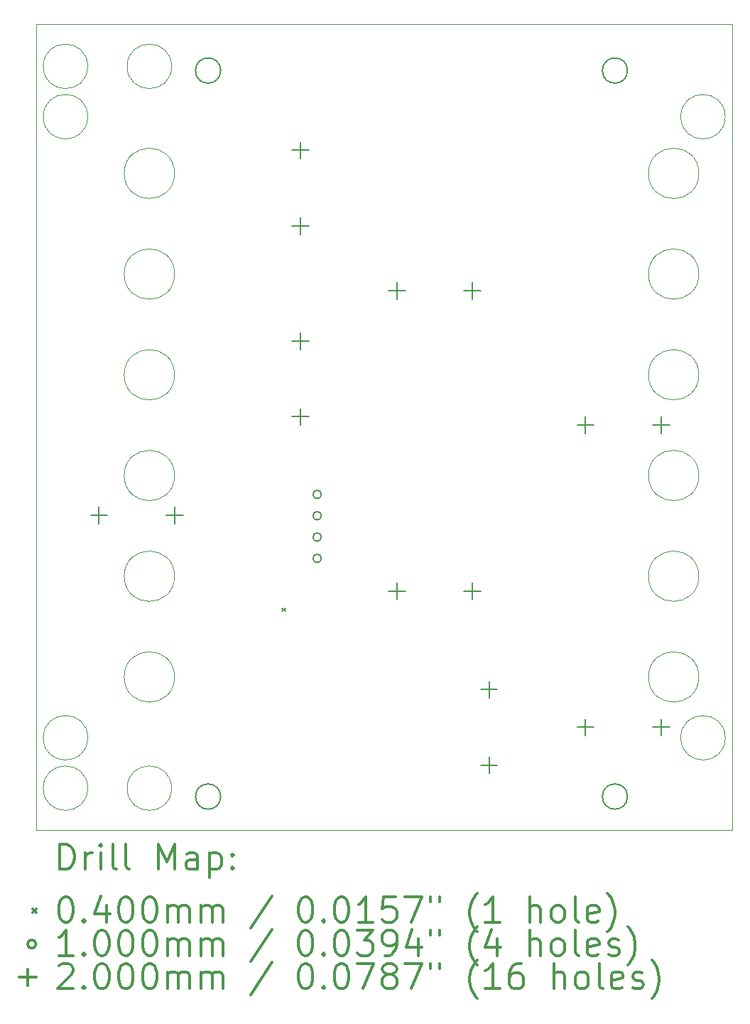
<source format=gbr>
%FSLAX45Y45*%
G04 Gerber Fmt 4.5, Leading zero omitted, Abs format (unit mm)*
G04 Created by KiCad (PCBNEW (5.1.10)-1) date 2022-04-02 15:38:54*
%MOMM*%
%LPD*%
G01*
G04 APERTURE LIST*
%TA.AperFunction,Profile*%
%ADD10C,0.050000*%
%TD*%
%TA.AperFunction,Profile*%
%ADD11C,0.150000*%
%TD*%
%ADD12C,0.200000*%
%ADD13C,0.300000*%
G04 APERTURE END LIST*
D10*
X16900000Y-6875000D02*
G75*
G03*
X16900000Y-6875000I-300000J0D01*
G01*
X16900000Y-8075000D02*
G75*
G03*
X16900000Y-8075000I-300000J0D01*
G01*
X16900000Y-9275000D02*
G75*
G03*
X16900000Y-9275000I-300000J0D01*
G01*
X16900000Y-10475000D02*
G75*
G03*
X16900000Y-10475000I-300000J0D01*
G01*
X16900000Y-11675000D02*
G75*
G03*
X16900000Y-11675000I-300000J0D01*
G01*
X16900000Y-12875000D02*
G75*
G03*
X16900000Y-12875000I-300000J0D01*
G01*
X10650000Y-6875000D02*
G75*
G03*
X10650000Y-6875000I-300000J0D01*
G01*
X10650000Y-8075000D02*
G75*
G03*
X10650000Y-8075000I-300000J0D01*
G01*
X10650000Y-9275000D02*
G75*
G03*
X10650000Y-9275000I-300000J0D01*
G01*
X10650000Y-10475000D02*
G75*
G03*
X10650000Y-10475000I-300000J0D01*
G01*
X10650000Y-11675000D02*
G75*
G03*
X10650000Y-11675000I-300000J0D01*
G01*
X10650000Y-12875000D02*
G75*
G03*
X10650000Y-12875000I-300000J0D01*
G01*
X17215000Y-13600000D02*
G75*
G03*
X17215000Y-13600000I-265000J0D01*
G01*
X17215000Y-6200000D02*
G75*
G03*
X17215000Y-6200000I-265000J0D01*
G01*
X10615000Y-5600000D02*
G75*
G03*
X10615000Y-5600000I-265000J0D01*
G01*
X9615000Y-5600000D02*
G75*
G03*
X9615000Y-5600000I-265000J0D01*
G01*
X9615000Y-6200000D02*
G75*
G03*
X9615000Y-6200000I-265000J0D01*
G01*
X10615000Y-14200000D02*
G75*
G03*
X10615000Y-14200000I-265000J0D01*
G01*
X9615000Y-14200000D02*
G75*
G03*
X9615000Y-14200000I-265000J0D01*
G01*
X9615000Y-13600000D02*
G75*
G03*
X9615000Y-13600000I-265000J0D01*
G01*
D11*
X11200000Y-14300000D02*
G75*
G03*
X11200000Y-14300000I-150000J0D01*
G01*
X16050000Y-14300000D02*
G75*
G03*
X16050000Y-14300000I-150000J0D01*
G01*
X16050000Y-5650000D02*
G75*
G03*
X16050000Y-5650000I-150000J0D01*
G01*
X11200000Y-5650000D02*
G75*
G03*
X11200000Y-5650000I-150000J0D01*
G01*
D10*
X9000000Y-14700000D02*
X17300000Y-14700000D01*
X9000000Y-5100000D02*
X9000000Y-14700000D01*
X17300000Y-5100000D02*
X9000000Y-5100000D01*
X17300000Y-5100000D02*
X17300000Y-14700000D01*
D12*
X11930000Y-12055000D02*
X11970000Y-12095000D01*
X11970000Y-12055000D02*
X11930000Y-12095000D01*
X12400000Y-10700000D02*
G75*
G03*
X12400000Y-10700000I-50000J0D01*
G01*
X12400000Y-10954000D02*
G75*
G03*
X12400000Y-10954000I-50000J0D01*
G01*
X12400000Y-11208000D02*
G75*
G03*
X12400000Y-11208000I-50000J0D01*
G01*
X12400000Y-11462000D02*
G75*
G03*
X12400000Y-11462000I-50000J0D01*
G01*
X9750000Y-10850000D02*
X9750000Y-11050000D01*
X9650000Y-10950000D02*
X9850000Y-10950000D01*
X10650000Y-10850000D02*
X10650000Y-11050000D01*
X10550000Y-10950000D02*
X10750000Y-10950000D01*
X12150000Y-6500000D02*
X12150000Y-6700000D01*
X12050000Y-6600000D02*
X12250000Y-6600000D01*
X12150000Y-7400000D02*
X12150000Y-7600000D01*
X12050000Y-7500000D02*
X12250000Y-7500000D01*
X12150000Y-8775000D02*
X12150000Y-8975000D01*
X12050000Y-8875000D02*
X12250000Y-8875000D01*
X12150000Y-9675000D02*
X12150000Y-9875000D01*
X12050000Y-9775000D02*
X12250000Y-9775000D01*
X13300000Y-8175000D02*
X13300000Y-8375000D01*
X13200000Y-8275000D02*
X13400000Y-8275000D01*
X13300000Y-11750000D02*
X13300000Y-11950000D01*
X13200000Y-11850000D02*
X13400000Y-11850000D01*
X14200000Y-8175000D02*
X14200000Y-8375000D01*
X14100000Y-8275000D02*
X14300000Y-8275000D01*
X14200000Y-11750000D02*
X14200000Y-11950000D01*
X14100000Y-11850000D02*
X14300000Y-11850000D01*
X14400000Y-12925000D02*
X14400000Y-13125000D01*
X14300000Y-13025000D02*
X14500000Y-13025000D01*
X14400000Y-13825000D02*
X14400000Y-14025000D01*
X14300000Y-13925000D02*
X14500000Y-13925000D01*
X15550000Y-9775000D02*
X15550000Y-9975000D01*
X15450000Y-9875000D02*
X15650000Y-9875000D01*
X15550000Y-13375000D02*
X15550000Y-13575000D01*
X15450000Y-13475000D02*
X15650000Y-13475000D01*
X16450000Y-9775000D02*
X16450000Y-9975000D01*
X16350000Y-9875000D02*
X16550000Y-9875000D01*
X16450000Y-13375000D02*
X16450000Y-13575000D01*
X16350000Y-13475000D02*
X16550000Y-13475000D01*
D13*
X9283928Y-15168214D02*
X9283928Y-14868214D01*
X9355357Y-14868214D01*
X9398214Y-14882500D01*
X9426786Y-14911071D01*
X9441071Y-14939643D01*
X9455357Y-14996786D01*
X9455357Y-15039643D01*
X9441071Y-15096786D01*
X9426786Y-15125357D01*
X9398214Y-15153929D01*
X9355357Y-15168214D01*
X9283928Y-15168214D01*
X9583928Y-15168214D02*
X9583928Y-14968214D01*
X9583928Y-15025357D02*
X9598214Y-14996786D01*
X9612500Y-14982500D01*
X9641071Y-14968214D01*
X9669643Y-14968214D01*
X9769643Y-15168214D02*
X9769643Y-14968214D01*
X9769643Y-14868214D02*
X9755357Y-14882500D01*
X9769643Y-14896786D01*
X9783928Y-14882500D01*
X9769643Y-14868214D01*
X9769643Y-14896786D01*
X9955357Y-15168214D02*
X9926786Y-15153929D01*
X9912500Y-15125357D01*
X9912500Y-14868214D01*
X10112500Y-15168214D02*
X10083928Y-15153929D01*
X10069643Y-15125357D01*
X10069643Y-14868214D01*
X10455357Y-15168214D02*
X10455357Y-14868214D01*
X10555357Y-15082500D01*
X10655357Y-14868214D01*
X10655357Y-15168214D01*
X10926786Y-15168214D02*
X10926786Y-15011071D01*
X10912500Y-14982500D01*
X10883928Y-14968214D01*
X10826786Y-14968214D01*
X10798214Y-14982500D01*
X10926786Y-15153929D02*
X10898214Y-15168214D01*
X10826786Y-15168214D01*
X10798214Y-15153929D01*
X10783928Y-15125357D01*
X10783928Y-15096786D01*
X10798214Y-15068214D01*
X10826786Y-15053929D01*
X10898214Y-15053929D01*
X10926786Y-15039643D01*
X11069643Y-14968214D02*
X11069643Y-15268214D01*
X11069643Y-14982500D02*
X11098214Y-14968214D01*
X11155357Y-14968214D01*
X11183928Y-14982500D01*
X11198214Y-14996786D01*
X11212500Y-15025357D01*
X11212500Y-15111071D01*
X11198214Y-15139643D01*
X11183928Y-15153929D01*
X11155357Y-15168214D01*
X11098214Y-15168214D01*
X11069643Y-15153929D01*
X11341071Y-15139643D02*
X11355357Y-15153929D01*
X11341071Y-15168214D01*
X11326786Y-15153929D01*
X11341071Y-15139643D01*
X11341071Y-15168214D01*
X11341071Y-14982500D02*
X11355357Y-14996786D01*
X11341071Y-15011071D01*
X11326786Y-14996786D01*
X11341071Y-14982500D01*
X11341071Y-15011071D01*
X8957500Y-15642500D02*
X8997500Y-15682500D01*
X8997500Y-15642500D02*
X8957500Y-15682500D01*
X9341071Y-15498214D02*
X9369643Y-15498214D01*
X9398214Y-15512500D01*
X9412500Y-15526786D01*
X9426786Y-15555357D01*
X9441071Y-15612500D01*
X9441071Y-15683929D01*
X9426786Y-15741071D01*
X9412500Y-15769643D01*
X9398214Y-15783929D01*
X9369643Y-15798214D01*
X9341071Y-15798214D01*
X9312500Y-15783929D01*
X9298214Y-15769643D01*
X9283928Y-15741071D01*
X9269643Y-15683929D01*
X9269643Y-15612500D01*
X9283928Y-15555357D01*
X9298214Y-15526786D01*
X9312500Y-15512500D01*
X9341071Y-15498214D01*
X9569643Y-15769643D02*
X9583928Y-15783929D01*
X9569643Y-15798214D01*
X9555357Y-15783929D01*
X9569643Y-15769643D01*
X9569643Y-15798214D01*
X9841071Y-15598214D02*
X9841071Y-15798214D01*
X9769643Y-15483929D02*
X9698214Y-15698214D01*
X9883928Y-15698214D01*
X10055357Y-15498214D02*
X10083928Y-15498214D01*
X10112500Y-15512500D01*
X10126786Y-15526786D01*
X10141071Y-15555357D01*
X10155357Y-15612500D01*
X10155357Y-15683929D01*
X10141071Y-15741071D01*
X10126786Y-15769643D01*
X10112500Y-15783929D01*
X10083928Y-15798214D01*
X10055357Y-15798214D01*
X10026786Y-15783929D01*
X10012500Y-15769643D01*
X9998214Y-15741071D01*
X9983928Y-15683929D01*
X9983928Y-15612500D01*
X9998214Y-15555357D01*
X10012500Y-15526786D01*
X10026786Y-15512500D01*
X10055357Y-15498214D01*
X10341071Y-15498214D02*
X10369643Y-15498214D01*
X10398214Y-15512500D01*
X10412500Y-15526786D01*
X10426786Y-15555357D01*
X10441071Y-15612500D01*
X10441071Y-15683929D01*
X10426786Y-15741071D01*
X10412500Y-15769643D01*
X10398214Y-15783929D01*
X10369643Y-15798214D01*
X10341071Y-15798214D01*
X10312500Y-15783929D01*
X10298214Y-15769643D01*
X10283928Y-15741071D01*
X10269643Y-15683929D01*
X10269643Y-15612500D01*
X10283928Y-15555357D01*
X10298214Y-15526786D01*
X10312500Y-15512500D01*
X10341071Y-15498214D01*
X10569643Y-15798214D02*
X10569643Y-15598214D01*
X10569643Y-15626786D02*
X10583928Y-15612500D01*
X10612500Y-15598214D01*
X10655357Y-15598214D01*
X10683928Y-15612500D01*
X10698214Y-15641071D01*
X10698214Y-15798214D01*
X10698214Y-15641071D02*
X10712500Y-15612500D01*
X10741071Y-15598214D01*
X10783928Y-15598214D01*
X10812500Y-15612500D01*
X10826786Y-15641071D01*
X10826786Y-15798214D01*
X10969643Y-15798214D02*
X10969643Y-15598214D01*
X10969643Y-15626786D02*
X10983928Y-15612500D01*
X11012500Y-15598214D01*
X11055357Y-15598214D01*
X11083928Y-15612500D01*
X11098214Y-15641071D01*
X11098214Y-15798214D01*
X11098214Y-15641071D02*
X11112500Y-15612500D01*
X11141071Y-15598214D01*
X11183928Y-15598214D01*
X11212500Y-15612500D01*
X11226786Y-15641071D01*
X11226786Y-15798214D01*
X11812500Y-15483929D02*
X11555357Y-15869643D01*
X12198214Y-15498214D02*
X12226786Y-15498214D01*
X12255357Y-15512500D01*
X12269643Y-15526786D01*
X12283928Y-15555357D01*
X12298214Y-15612500D01*
X12298214Y-15683929D01*
X12283928Y-15741071D01*
X12269643Y-15769643D01*
X12255357Y-15783929D01*
X12226786Y-15798214D01*
X12198214Y-15798214D01*
X12169643Y-15783929D01*
X12155357Y-15769643D01*
X12141071Y-15741071D01*
X12126786Y-15683929D01*
X12126786Y-15612500D01*
X12141071Y-15555357D01*
X12155357Y-15526786D01*
X12169643Y-15512500D01*
X12198214Y-15498214D01*
X12426786Y-15769643D02*
X12441071Y-15783929D01*
X12426786Y-15798214D01*
X12412500Y-15783929D01*
X12426786Y-15769643D01*
X12426786Y-15798214D01*
X12626786Y-15498214D02*
X12655357Y-15498214D01*
X12683928Y-15512500D01*
X12698214Y-15526786D01*
X12712500Y-15555357D01*
X12726786Y-15612500D01*
X12726786Y-15683929D01*
X12712500Y-15741071D01*
X12698214Y-15769643D01*
X12683928Y-15783929D01*
X12655357Y-15798214D01*
X12626786Y-15798214D01*
X12598214Y-15783929D01*
X12583928Y-15769643D01*
X12569643Y-15741071D01*
X12555357Y-15683929D01*
X12555357Y-15612500D01*
X12569643Y-15555357D01*
X12583928Y-15526786D01*
X12598214Y-15512500D01*
X12626786Y-15498214D01*
X13012500Y-15798214D02*
X12841071Y-15798214D01*
X12926786Y-15798214D02*
X12926786Y-15498214D01*
X12898214Y-15541071D01*
X12869643Y-15569643D01*
X12841071Y-15583929D01*
X13283928Y-15498214D02*
X13141071Y-15498214D01*
X13126786Y-15641071D01*
X13141071Y-15626786D01*
X13169643Y-15612500D01*
X13241071Y-15612500D01*
X13269643Y-15626786D01*
X13283928Y-15641071D01*
X13298214Y-15669643D01*
X13298214Y-15741071D01*
X13283928Y-15769643D01*
X13269643Y-15783929D01*
X13241071Y-15798214D01*
X13169643Y-15798214D01*
X13141071Y-15783929D01*
X13126786Y-15769643D01*
X13398214Y-15498214D02*
X13598214Y-15498214D01*
X13469643Y-15798214D01*
X13698214Y-15498214D02*
X13698214Y-15555357D01*
X13812500Y-15498214D02*
X13812500Y-15555357D01*
X14255357Y-15912500D02*
X14241071Y-15898214D01*
X14212500Y-15855357D01*
X14198214Y-15826786D01*
X14183928Y-15783929D01*
X14169643Y-15712500D01*
X14169643Y-15655357D01*
X14183928Y-15583929D01*
X14198214Y-15541071D01*
X14212500Y-15512500D01*
X14241071Y-15469643D01*
X14255357Y-15455357D01*
X14526786Y-15798214D02*
X14355357Y-15798214D01*
X14441071Y-15798214D02*
X14441071Y-15498214D01*
X14412500Y-15541071D01*
X14383928Y-15569643D01*
X14355357Y-15583929D01*
X14883928Y-15798214D02*
X14883928Y-15498214D01*
X15012500Y-15798214D02*
X15012500Y-15641071D01*
X14998214Y-15612500D01*
X14969643Y-15598214D01*
X14926786Y-15598214D01*
X14898214Y-15612500D01*
X14883928Y-15626786D01*
X15198214Y-15798214D02*
X15169643Y-15783929D01*
X15155357Y-15769643D01*
X15141071Y-15741071D01*
X15141071Y-15655357D01*
X15155357Y-15626786D01*
X15169643Y-15612500D01*
X15198214Y-15598214D01*
X15241071Y-15598214D01*
X15269643Y-15612500D01*
X15283928Y-15626786D01*
X15298214Y-15655357D01*
X15298214Y-15741071D01*
X15283928Y-15769643D01*
X15269643Y-15783929D01*
X15241071Y-15798214D01*
X15198214Y-15798214D01*
X15469643Y-15798214D02*
X15441071Y-15783929D01*
X15426786Y-15755357D01*
X15426786Y-15498214D01*
X15698214Y-15783929D02*
X15669643Y-15798214D01*
X15612500Y-15798214D01*
X15583928Y-15783929D01*
X15569643Y-15755357D01*
X15569643Y-15641071D01*
X15583928Y-15612500D01*
X15612500Y-15598214D01*
X15669643Y-15598214D01*
X15698214Y-15612500D01*
X15712500Y-15641071D01*
X15712500Y-15669643D01*
X15569643Y-15698214D01*
X15812500Y-15912500D02*
X15826786Y-15898214D01*
X15855357Y-15855357D01*
X15869643Y-15826786D01*
X15883928Y-15783929D01*
X15898214Y-15712500D01*
X15898214Y-15655357D01*
X15883928Y-15583929D01*
X15869643Y-15541071D01*
X15855357Y-15512500D01*
X15826786Y-15469643D01*
X15812500Y-15455357D01*
X8997500Y-16058500D02*
G75*
G03*
X8997500Y-16058500I-50000J0D01*
G01*
X9441071Y-16194214D02*
X9269643Y-16194214D01*
X9355357Y-16194214D02*
X9355357Y-15894214D01*
X9326786Y-15937071D01*
X9298214Y-15965643D01*
X9269643Y-15979929D01*
X9569643Y-16165643D02*
X9583928Y-16179929D01*
X9569643Y-16194214D01*
X9555357Y-16179929D01*
X9569643Y-16165643D01*
X9569643Y-16194214D01*
X9769643Y-15894214D02*
X9798214Y-15894214D01*
X9826786Y-15908500D01*
X9841071Y-15922786D01*
X9855357Y-15951357D01*
X9869643Y-16008500D01*
X9869643Y-16079929D01*
X9855357Y-16137071D01*
X9841071Y-16165643D01*
X9826786Y-16179929D01*
X9798214Y-16194214D01*
X9769643Y-16194214D01*
X9741071Y-16179929D01*
X9726786Y-16165643D01*
X9712500Y-16137071D01*
X9698214Y-16079929D01*
X9698214Y-16008500D01*
X9712500Y-15951357D01*
X9726786Y-15922786D01*
X9741071Y-15908500D01*
X9769643Y-15894214D01*
X10055357Y-15894214D02*
X10083928Y-15894214D01*
X10112500Y-15908500D01*
X10126786Y-15922786D01*
X10141071Y-15951357D01*
X10155357Y-16008500D01*
X10155357Y-16079929D01*
X10141071Y-16137071D01*
X10126786Y-16165643D01*
X10112500Y-16179929D01*
X10083928Y-16194214D01*
X10055357Y-16194214D01*
X10026786Y-16179929D01*
X10012500Y-16165643D01*
X9998214Y-16137071D01*
X9983928Y-16079929D01*
X9983928Y-16008500D01*
X9998214Y-15951357D01*
X10012500Y-15922786D01*
X10026786Y-15908500D01*
X10055357Y-15894214D01*
X10341071Y-15894214D02*
X10369643Y-15894214D01*
X10398214Y-15908500D01*
X10412500Y-15922786D01*
X10426786Y-15951357D01*
X10441071Y-16008500D01*
X10441071Y-16079929D01*
X10426786Y-16137071D01*
X10412500Y-16165643D01*
X10398214Y-16179929D01*
X10369643Y-16194214D01*
X10341071Y-16194214D01*
X10312500Y-16179929D01*
X10298214Y-16165643D01*
X10283928Y-16137071D01*
X10269643Y-16079929D01*
X10269643Y-16008500D01*
X10283928Y-15951357D01*
X10298214Y-15922786D01*
X10312500Y-15908500D01*
X10341071Y-15894214D01*
X10569643Y-16194214D02*
X10569643Y-15994214D01*
X10569643Y-16022786D02*
X10583928Y-16008500D01*
X10612500Y-15994214D01*
X10655357Y-15994214D01*
X10683928Y-16008500D01*
X10698214Y-16037071D01*
X10698214Y-16194214D01*
X10698214Y-16037071D02*
X10712500Y-16008500D01*
X10741071Y-15994214D01*
X10783928Y-15994214D01*
X10812500Y-16008500D01*
X10826786Y-16037071D01*
X10826786Y-16194214D01*
X10969643Y-16194214D02*
X10969643Y-15994214D01*
X10969643Y-16022786D02*
X10983928Y-16008500D01*
X11012500Y-15994214D01*
X11055357Y-15994214D01*
X11083928Y-16008500D01*
X11098214Y-16037071D01*
X11098214Y-16194214D01*
X11098214Y-16037071D02*
X11112500Y-16008500D01*
X11141071Y-15994214D01*
X11183928Y-15994214D01*
X11212500Y-16008500D01*
X11226786Y-16037071D01*
X11226786Y-16194214D01*
X11812500Y-15879929D02*
X11555357Y-16265643D01*
X12198214Y-15894214D02*
X12226786Y-15894214D01*
X12255357Y-15908500D01*
X12269643Y-15922786D01*
X12283928Y-15951357D01*
X12298214Y-16008500D01*
X12298214Y-16079929D01*
X12283928Y-16137071D01*
X12269643Y-16165643D01*
X12255357Y-16179929D01*
X12226786Y-16194214D01*
X12198214Y-16194214D01*
X12169643Y-16179929D01*
X12155357Y-16165643D01*
X12141071Y-16137071D01*
X12126786Y-16079929D01*
X12126786Y-16008500D01*
X12141071Y-15951357D01*
X12155357Y-15922786D01*
X12169643Y-15908500D01*
X12198214Y-15894214D01*
X12426786Y-16165643D02*
X12441071Y-16179929D01*
X12426786Y-16194214D01*
X12412500Y-16179929D01*
X12426786Y-16165643D01*
X12426786Y-16194214D01*
X12626786Y-15894214D02*
X12655357Y-15894214D01*
X12683928Y-15908500D01*
X12698214Y-15922786D01*
X12712500Y-15951357D01*
X12726786Y-16008500D01*
X12726786Y-16079929D01*
X12712500Y-16137071D01*
X12698214Y-16165643D01*
X12683928Y-16179929D01*
X12655357Y-16194214D01*
X12626786Y-16194214D01*
X12598214Y-16179929D01*
X12583928Y-16165643D01*
X12569643Y-16137071D01*
X12555357Y-16079929D01*
X12555357Y-16008500D01*
X12569643Y-15951357D01*
X12583928Y-15922786D01*
X12598214Y-15908500D01*
X12626786Y-15894214D01*
X12826786Y-15894214D02*
X13012500Y-15894214D01*
X12912500Y-16008500D01*
X12955357Y-16008500D01*
X12983928Y-16022786D01*
X12998214Y-16037071D01*
X13012500Y-16065643D01*
X13012500Y-16137071D01*
X12998214Y-16165643D01*
X12983928Y-16179929D01*
X12955357Y-16194214D01*
X12869643Y-16194214D01*
X12841071Y-16179929D01*
X12826786Y-16165643D01*
X13155357Y-16194214D02*
X13212500Y-16194214D01*
X13241071Y-16179929D01*
X13255357Y-16165643D01*
X13283928Y-16122786D01*
X13298214Y-16065643D01*
X13298214Y-15951357D01*
X13283928Y-15922786D01*
X13269643Y-15908500D01*
X13241071Y-15894214D01*
X13183928Y-15894214D01*
X13155357Y-15908500D01*
X13141071Y-15922786D01*
X13126786Y-15951357D01*
X13126786Y-16022786D01*
X13141071Y-16051357D01*
X13155357Y-16065643D01*
X13183928Y-16079929D01*
X13241071Y-16079929D01*
X13269643Y-16065643D01*
X13283928Y-16051357D01*
X13298214Y-16022786D01*
X13555357Y-15994214D02*
X13555357Y-16194214D01*
X13483928Y-15879929D02*
X13412500Y-16094214D01*
X13598214Y-16094214D01*
X13698214Y-15894214D02*
X13698214Y-15951357D01*
X13812500Y-15894214D02*
X13812500Y-15951357D01*
X14255357Y-16308500D02*
X14241071Y-16294214D01*
X14212500Y-16251357D01*
X14198214Y-16222786D01*
X14183928Y-16179929D01*
X14169643Y-16108500D01*
X14169643Y-16051357D01*
X14183928Y-15979929D01*
X14198214Y-15937071D01*
X14212500Y-15908500D01*
X14241071Y-15865643D01*
X14255357Y-15851357D01*
X14498214Y-15994214D02*
X14498214Y-16194214D01*
X14426786Y-15879929D02*
X14355357Y-16094214D01*
X14541071Y-16094214D01*
X14883928Y-16194214D02*
X14883928Y-15894214D01*
X15012500Y-16194214D02*
X15012500Y-16037071D01*
X14998214Y-16008500D01*
X14969643Y-15994214D01*
X14926786Y-15994214D01*
X14898214Y-16008500D01*
X14883928Y-16022786D01*
X15198214Y-16194214D02*
X15169643Y-16179929D01*
X15155357Y-16165643D01*
X15141071Y-16137071D01*
X15141071Y-16051357D01*
X15155357Y-16022786D01*
X15169643Y-16008500D01*
X15198214Y-15994214D01*
X15241071Y-15994214D01*
X15269643Y-16008500D01*
X15283928Y-16022786D01*
X15298214Y-16051357D01*
X15298214Y-16137071D01*
X15283928Y-16165643D01*
X15269643Y-16179929D01*
X15241071Y-16194214D01*
X15198214Y-16194214D01*
X15469643Y-16194214D02*
X15441071Y-16179929D01*
X15426786Y-16151357D01*
X15426786Y-15894214D01*
X15698214Y-16179929D02*
X15669643Y-16194214D01*
X15612500Y-16194214D01*
X15583928Y-16179929D01*
X15569643Y-16151357D01*
X15569643Y-16037071D01*
X15583928Y-16008500D01*
X15612500Y-15994214D01*
X15669643Y-15994214D01*
X15698214Y-16008500D01*
X15712500Y-16037071D01*
X15712500Y-16065643D01*
X15569643Y-16094214D01*
X15826786Y-16179929D02*
X15855357Y-16194214D01*
X15912500Y-16194214D01*
X15941071Y-16179929D01*
X15955357Y-16151357D01*
X15955357Y-16137071D01*
X15941071Y-16108500D01*
X15912500Y-16094214D01*
X15869643Y-16094214D01*
X15841071Y-16079929D01*
X15826786Y-16051357D01*
X15826786Y-16037071D01*
X15841071Y-16008500D01*
X15869643Y-15994214D01*
X15912500Y-15994214D01*
X15941071Y-16008500D01*
X16055357Y-16308500D02*
X16069643Y-16294214D01*
X16098214Y-16251357D01*
X16112500Y-16222786D01*
X16126786Y-16179929D01*
X16141071Y-16108500D01*
X16141071Y-16051357D01*
X16126786Y-15979929D01*
X16112500Y-15937071D01*
X16098214Y-15908500D01*
X16069643Y-15865643D01*
X16055357Y-15851357D01*
X8897500Y-16354500D02*
X8897500Y-16554500D01*
X8797500Y-16454500D02*
X8997500Y-16454500D01*
X9269643Y-16318786D02*
X9283928Y-16304500D01*
X9312500Y-16290214D01*
X9383928Y-16290214D01*
X9412500Y-16304500D01*
X9426786Y-16318786D01*
X9441071Y-16347357D01*
X9441071Y-16375929D01*
X9426786Y-16418786D01*
X9255357Y-16590214D01*
X9441071Y-16590214D01*
X9569643Y-16561643D02*
X9583928Y-16575929D01*
X9569643Y-16590214D01*
X9555357Y-16575929D01*
X9569643Y-16561643D01*
X9569643Y-16590214D01*
X9769643Y-16290214D02*
X9798214Y-16290214D01*
X9826786Y-16304500D01*
X9841071Y-16318786D01*
X9855357Y-16347357D01*
X9869643Y-16404500D01*
X9869643Y-16475929D01*
X9855357Y-16533071D01*
X9841071Y-16561643D01*
X9826786Y-16575929D01*
X9798214Y-16590214D01*
X9769643Y-16590214D01*
X9741071Y-16575929D01*
X9726786Y-16561643D01*
X9712500Y-16533071D01*
X9698214Y-16475929D01*
X9698214Y-16404500D01*
X9712500Y-16347357D01*
X9726786Y-16318786D01*
X9741071Y-16304500D01*
X9769643Y-16290214D01*
X10055357Y-16290214D02*
X10083928Y-16290214D01*
X10112500Y-16304500D01*
X10126786Y-16318786D01*
X10141071Y-16347357D01*
X10155357Y-16404500D01*
X10155357Y-16475929D01*
X10141071Y-16533071D01*
X10126786Y-16561643D01*
X10112500Y-16575929D01*
X10083928Y-16590214D01*
X10055357Y-16590214D01*
X10026786Y-16575929D01*
X10012500Y-16561643D01*
X9998214Y-16533071D01*
X9983928Y-16475929D01*
X9983928Y-16404500D01*
X9998214Y-16347357D01*
X10012500Y-16318786D01*
X10026786Y-16304500D01*
X10055357Y-16290214D01*
X10341071Y-16290214D02*
X10369643Y-16290214D01*
X10398214Y-16304500D01*
X10412500Y-16318786D01*
X10426786Y-16347357D01*
X10441071Y-16404500D01*
X10441071Y-16475929D01*
X10426786Y-16533071D01*
X10412500Y-16561643D01*
X10398214Y-16575929D01*
X10369643Y-16590214D01*
X10341071Y-16590214D01*
X10312500Y-16575929D01*
X10298214Y-16561643D01*
X10283928Y-16533071D01*
X10269643Y-16475929D01*
X10269643Y-16404500D01*
X10283928Y-16347357D01*
X10298214Y-16318786D01*
X10312500Y-16304500D01*
X10341071Y-16290214D01*
X10569643Y-16590214D02*
X10569643Y-16390214D01*
X10569643Y-16418786D02*
X10583928Y-16404500D01*
X10612500Y-16390214D01*
X10655357Y-16390214D01*
X10683928Y-16404500D01*
X10698214Y-16433071D01*
X10698214Y-16590214D01*
X10698214Y-16433071D02*
X10712500Y-16404500D01*
X10741071Y-16390214D01*
X10783928Y-16390214D01*
X10812500Y-16404500D01*
X10826786Y-16433071D01*
X10826786Y-16590214D01*
X10969643Y-16590214D02*
X10969643Y-16390214D01*
X10969643Y-16418786D02*
X10983928Y-16404500D01*
X11012500Y-16390214D01*
X11055357Y-16390214D01*
X11083928Y-16404500D01*
X11098214Y-16433071D01*
X11098214Y-16590214D01*
X11098214Y-16433071D02*
X11112500Y-16404500D01*
X11141071Y-16390214D01*
X11183928Y-16390214D01*
X11212500Y-16404500D01*
X11226786Y-16433071D01*
X11226786Y-16590214D01*
X11812500Y-16275929D02*
X11555357Y-16661643D01*
X12198214Y-16290214D02*
X12226786Y-16290214D01*
X12255357Y-16304500D01*
X12269643Y-16318786D01*
X12283928Y-16347357D01*
X12298214Y-16404500D01*
X12298214Y-16475929D01*
X12283928Y-16533071D01*
X12269643Y-16561643D01*
X12255357Y-16575929D01*
X12226786Y-16590214D01*
X12198214Y-16590214D01*
X12169643Y-16575929D01*
X12155357Y-16561643D01*
X12141071Y-16533071D01*
X12126786Y-16475929D01*
X12126786Y-16404500D01*
X12141071Y-16347357D01*
X12155357Y-16318786D01*
X12169643Y-16304500D01*
X12198214Y-16290214D01*
X12426786Y-16561643D02*
X12441071Y-16575929D01*
X12426786Y-16590214D01*
X12412500Y-16575929D01*
X12426786Y-16561643D01*
X12426786Y-16590214D01*
X12626786Y-16290214D02*
X12655357Y-16290214D01*
X12683928Y-16304500D01*
X12698214Y-16318786D01*
X12712500Y-16347357D01*
X12726786Y-16404500D01*
X12726786Y-16475929D01*
X12712500Y-16533071D01*
X12698214Y-16561643D01*
X12683928Y-16575929D01*
X12655357Y-16590214D01*
X12626786Y-16590214D01*
X12598214Y-16575929D01*
X12583928Y-16561643D01*
X12569643Y-16533071D01*
X12555357Y-16475929D01*
X12555357Y-16404500D01*
X12569643Y-16347357D01*
X12583928Y-16318786D01*
X12598214Y-16304500D01*
X12626786Y-16290214D01*
X12826786Y-16290214D02*
X13026786Y-16290214D01*
X12898214Y-16590214D01*
X13183928Y-16418786D02*
X13155357Y-16404500D01*
X13141071Y-16390214D01*
X13126786Y-16361643D01*
X13126786Y-16347357D01*
X13141071Y-16318786D01*
X13155357Y-16304500D01*
X13183928Y-16290214D01*
X13241071Y-16290214D01*
X13269643Y-16304500D01*
X13283928Y-16318786D01*
X13298214Y-16347357D01*
X13298214Y-16361643D01*
X13283928Y-16390214D01*
X13269643Y-16404500D01*
X13241071Y-16418786D01*
X13183928Y-16418786D01*
X13155357Y-16433071D01*
X13141071Y-16447357D01*
X13126786Y-16475929D01*
X13126786Y-16533071D01*
X13141071Y-16561643D01*
X13155357Y-16575929D01*
X13183928Y-16590214D01*
X13241071Y-16590214D01*
X13269643Y-16575929D01*
X13283928Y-16561643D01*
X13298214Y-16533071D01*
X13298214Y-16475929D01*
X13283928Y-16447357D01*
X13269643Y-16433071D01*
X13241071Y-16418786D01*
X13398214Y-16290214D02*
X13598214Y-16290214D01*
X13469643Y-16590214D01*
X13698214Y-16290214D02*
X13698214Y-16347357D01*
X13812500Y-16290214D02*
X13812500Y-16347357D01*
X14255357Y-16704500D02*
X14241071Y-16690214D01*
X14212500Y-16647357D01*
X14198214Y-16618786D01*
X14183928Y-16575929D01*
X14169643Y-16504500D01*
X14169643Y-16447357D01*
X14183928Y-16375929D01*
X14198214Y-16333071D01*
X14212500Y-16304500D01*
X14241071Y-16261643D01*
X14255357Y-16247357D01*
X14526786Y-16590214D02*
X14355357Y-16590214D01*
X14441071Y-16590214D02*
X14441071Y-16290214D01*
X14412500Y-16333071D01*
X14383928Y-16361643D01*
X14355357Y-16375929D01*
X14783928Y-16290214D02*
X14726786Y-16290214D01*
X14698214Y-16304500D01*
X14683928Y-16318786D01*
X14655357Y-16361643D01*
X14641071Y-16418786D01*
X14641071Y-16533071D01*
X14655357Y-16561643D01*
X14669643Y-16575929D01*
X14698214Y-16590214D01*
X14755357Y-16590214D01*
X14783928Y-16575929D01*
X14798214Y-16561643D01*
X14812500Y-16533071D01*
X14812500Y-16461643D01*
X14798214Y-16433071D01*
X14783928Y-16418786D01*
X14755357Y-16404500D01*
X14698214Y-16404500D01*
X14669643Y-16418786D01*
X14655357Y-16433071D01*
X14641071Y-16461643D01*
X15169643Y-16590214D02*
X15169643Y-16290214D01*
X15298214Y-16590214D02*
X15298214Y-16433071D01*
X15283928Y-16404500D01*
X15255357Y-16390214D01*
X15212500Y-16390214D01*
X15183928Y-16404500D01*
X15169643Y-16418786D01*
X15483928Y-16590214D02*
X15455357Y-16575929D01*
X15441071Y-16561643D01*
X15426786Y-16533071D01*
X15426786Y-16447357D01*
X15441071Y-16418786D01*
X15455357Y-16404500D01*
X15483928Y-16390214D01*
X15526786Y-16390214D01*
X15555357Y-16404500D01*
X15569643Y-16418786D01*
X15583928Y-16447357D01*
X15583928Y-16533071D01*
X15569643Y-16561643D01*
X15555357Y-16575929D01*
X15526786Y-16590214D01*
X15483928Y-16590214D01*
X15755357Y-16590214D02*
X15726786Y-16575929D01*
X15712500Y-16547357D01*
X15712500Y-16290214D01*
X15983928Y-16575929D02*
X15955357Y-16590214D01*
X15898214Y-16590214D01*
X15869643Y-16575929D01*
X15855357Y-16547357D01*
X15855357Y-16433071D01*
X15869643Y-16404500D01*
X15898214Y-16390214D01*
X15955357Y-16390214D01*
X15983928Y-16404500D01*
X15998214Y-16433071D01*
X15998214Y-16461643D01*
X15855357Y-16490214D01*
X16112500Y-16575929D02*
X16141071Y-16590214D01*
X16198214Y-16590214D01*
X16226786Y-16575929D01*
X16241071Y-16547357D01*
X16241071Y-16533071D01*
X16226786Y-16504500D01*
X16198214Y-16490214D01*
X16155357Y-16490214D01*
X16126786Y-16475929D01*
X16112500Y-16447357D01*
X16112500Y-16433071D01*
X16126786Y-16404500D01*
X16155357Y-16390214D01*
X16198214Y-16390214D01*
X16226786Y-16404500D01*
X16341071Y-16704500D02*
X16355357Y-16690214D01*
X16383928Y-16647357D01*
X16398214Y-16618786D01*
X16412500Y-16575929D01*
X16426786Y-16504500D01*
X16426786Y-16447357D01*
X16412500Y-16375929D01*
X16398214Y-16333071D01*
X16383928Y-16304500D01*
X16355357Y-16261643D01*
X16341071Y-16247357D01*
M02*

</source>
